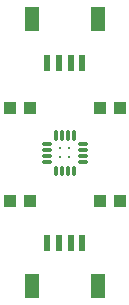
<source format=gtp>
G75*
%MOIN*%
%OFA0B0*%
%FSLAX25Y25*%
%IPPOS*%
%LPD*%
%AMOC8*
5,1,8,0,0,1.08239X$1,22.5*
%
%ADD10C,0.00886*%
%ADD11R,0.00787X0.00787*%
%ADD12R,0.04331X0.03937*%
%ADD13R,0.04724X0.07874*%
%ADD14R,0.02362X0.05315*%
D10*
X0212749Y0097841D02*
X0212749Y0100301D01*
X0213043Y0100301D01*
X0213043Y0097841D01*
X0212749Y0097841D01*
X0212749Y0098726D02*
X0213043Y0098726D01*
X0213043Y0099611D02*
X0212749Y0099611D01*
X0214718Y0100301D02*
X0214718Y0097841D01*
X0214718Y0100301D02*
X0215012Y0100301D01*
X0215012Y0097841D01*
X0214718Y0097841D01*
X0214718Y0098726D02*
X0215012Y0098726D01*
X0215012Y0099611D02*
X0214718Y0099611D01*
X0216686Y0100301D02*
X0216686Y0097841D01*
X0216686Y0100301D02*
X0216980Y0100301D01*
X0216980Y0097841D01*
X0216686Y0097841D01*
X0216686Y0098726D02*
X0216980Y0098726D01*
X0216980Y0099611D02*
X0216686Y0099611D01*
X0218655Y0100301D02*
X0218655Y0097841D01*
X0218655Y0100301D02*
X0218949Y0100301D01*
X0218949Y0097841D01*
X0218655Y0097841D01*
X0218655Y0098726D02*
X0218949Y0098726D01*
X0218949Y0099611D02*
X0218655Y0099611D01*
X0220493Y0102139D02*
X0222953Y0102139D01*
X0222953Y0101845D01*
X0220493Y0101845D01*
X0220493Y0102139D01*
X0220493Y0104108D02*
X0222953Y0104108D01*
X0222953Y0103814D01*
X0220493Y0103814D01*
X0220493Y0104108D01*
X0220493Y0106076D02*
X0222953Y0106076D01*
X0222953Y0105782D01*
X0220493Y0105782D01*
X0220493Y0106076D01*
X0220493Y0108045D02*
X0222953Y0108045D01*
X0222953Y0107751D01*
X0220493Y0107751D01*
X0220493Y0108045D01*
X0218949Y0109668D02*
X0218949Y0112128D01*
X0218949Y0109668D02*
X0218655Y0109668D01*
X0218655Y0112128D01*
X0218949Y0112128D01*
X0218949Y0110553D02*
X0218655Y0110553D01*
X0218655Y0111438D02*
X0218949Y0111438D01*
X0216980Y0112128D02*
X0216980Y0109668D01*
X0216686Y0109668D01*
X0216686Y0112128D01*
X0216980Y0112128D01*
X0216980Y0110553D02*
X0216686Y0110553D01*
X0216686Y0111438D02*
X0216980Y0111438D01*
X0215012Y0112128D02*
X0215012Y0109668D01*
X0214718Y0109668D01*
X0214718Y0112128D01*
X0215012Y0112128D01*
X0215012Y0110553D02*
X0214718Y0110553D01*
X0214718Y0111438D02*
X0215012Y0111438D01*
X0213043Y0112128D02*
X0213043Y0109668D01*
X0212749Y0109668D01*
X0212749Y0112128D01*
X0213043Y0112128D01*
X0213043Y0110553D02*
X0212749Y0110553D01*
X0212749Y0111438D02*
X0213043Y0111438D01*
X0211126Y0107790D02*
X0208666Y0107790D01*
X0208666Y0108084D01*
X0211126Y0108084D01*
X0211126Y0107790D01*
X0211126Y0105822D02*
X0208666Y0105822D01*
X0208666Y0106116D01*
X0211126Y0106116D01*
X0211126Y0105822D01*
X0211126Y0103853D02*
X0208666Y0103853D01*
X0208666Y0104147D01*
X0211126Y0104147D01*
X0211126Y0103853D01*
X0211126Y0101884D02*
X0208666Y0101884D01*
X0208666Y0102178D01*
X0211126Y0102178D01*
X0211126Y0101884D01*
D11*
X0214259Y0103425D03*
X0217408Y0103425D03*
X0217408Y0106575D03*
X0214259Y0106575D03*
D12*
X0197487Y0089000D03*
X0204180Y0089000D03*
X0227487Y0089000D03*
X0234180Y0089000D03*
X0234180Y0120000D03*
X0227487Y0120000D03*
X0204180Y0120000D03*
X0197487Y0120000D03*
D13*
X0204810Y0149469D03*
X0226857Y0149469D03*
X0226857Y0060531D03*
X0204810Y0060531D03*
D14*
X0209928Y0075000D03*
X0213865Y0075000D03*
X0217802Y0075000D03*
X0221739Y0075000D03*
X0221739Y0135000D03*
X0217802Y0135000D03*
X0213865Y0135000D03*
X0209928Y0135000D03*
M02*

</source>
